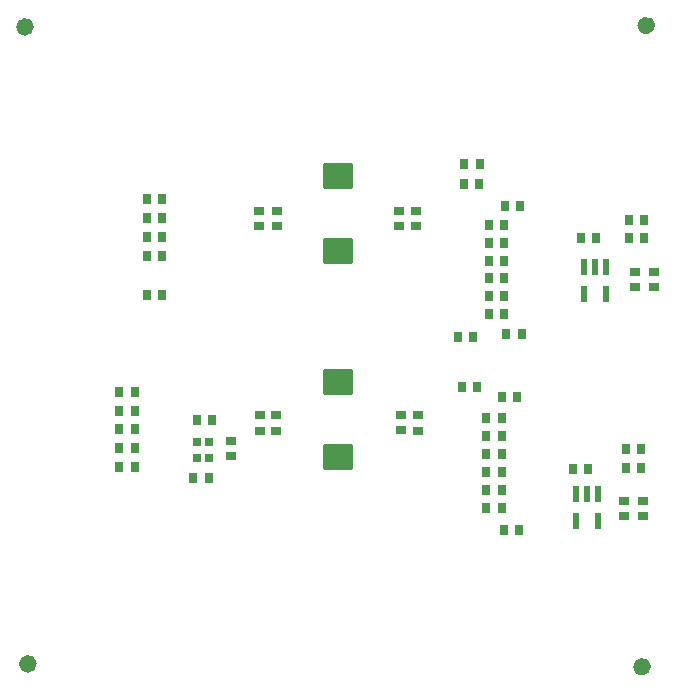
<source format=gbr>
%TF.GenerationSoftware,KiCad,Pcbnew,(6.0.0-0)*%
%TF.CreationDate,2022-06-10T19:58:52-07:00*%
%TF.ProjectId,bitaxe,62697461-7865-42e6-9b69-6361645f7063,rev?*%
%TF.SameCoordinates,Original*%
%TF.FileFunction,Paste,Top*%
%TF.FilePolarity,Positive*%
%FSLAX46Y46*%
G04 Gerber Fmt 4.6, Leading zero omitted, Abs format (unit mm)*
G04 Created by KiCad (PCBNEW (6.0.0-0)) date 2022-06-10 19:58:52*
%MOMM*%
%LPD*%
G01*
G04 APERTURE LIST*
G04 Aperture macros list*
%AMRoundRect*
0 Rectangle with rounded corners*
0 $1 Rounding radius*
0 $2 $3 $4 $5 $6 $7 $8 $9 X,Y pos of 4 corners*
0 Add a 4 corners polygon primitive as box body*
4,1,4,$2,$3,$4,$5,$6,$7,$8,$9,$2,$3,0*
0 Add four circle primitives for the rounded corners*
1,1,$1+$1,$2,$3*
1,1,$1+$1,$4,$5*
1,1,$1+$1,$6,$7*
1,1,$1+$1,$8,$9*
0 Add four rect primitives between the rounded corners*
20,1,$1+$1,$2,$3,$4,$5,0*
20,1,$1+$1,$4,$5,$6,$7,0*
20,1,$1+$1,$6,$7,$8,$9,0*
20,1,$1+$1,$8,$9,$2,$3,0*%
G04 Aperture macros list end*
%ADD10C,0.750000*%
%ADD11R,0.558800X1.422400*%
%ADD12R,0.900000X0.700000*%
%ADD13R,0.700000X0.900000*%
%ADD14RoundRect,0.250000X1.025000X-0.875000X1.025000X0.875000X-1.025000X0.875000X-1.025000X-0.875000X0*%
%ADD15R,0.750000X0.700000*%
G04 APERTURE END LIST*
%TO.C,H6*%
D10*
X63435000Y-103550000D02*
G75*
G03*
X63435000Y-103550000I-375000J0D01*
G01*
%TO.C,H5*%
X63195000Y-49620000D02*
G75*
G03*
X63195000Y-49620000I-375000J0D01*
G01*
%TO.C,H4*%
X115435000Y-103790000D02*
G75*
G03*
X115435000Y-103790000I-375000J0D01*
G01*
%TO.C,H3*%
X115795000Y-49500000D02*
G75*
G03*
X115795000Y-49500000I-375000J0D01*
G01*
%TD*%
D11*
%TO.C,IC3*%
X111370001Y-89165600D03*
X110420000Y-89165600D03*
X109469999Y-89165600D03*
X109469999Y-91454400D03*
X111370001Y-91454400D03*
%TD*%
%TO.C,IC4*%
X112040001Y-69985600D03*
X111090000Y-69985600D03*
X110139999Y-69985600D03*
X110139999Y-72274400D03*
X112040001Y-72274400D03*
%TD*%
D12*
%TO.C,C22*%
X114500000Y-70350000D03*
X114500000Y-71650000D03*
%TD*%
D13*
%TO.C,R30*%
X102100000Y-67902000D03*
X103400000Y-67902000D03*
%TD*%
D12*
%TO.C,C7*%
X96100000Y-82510000D03*
X96100000Y-83810000D03*
%TD*%
D13*
%TO.C,C1*%
X103340000Y-92210000D03*
X104640000Y-92210000D03*
%TD*%
%TO.C,R6*%
X73140000Y-69040000D03*
X74440000Y-69040000D03*
%TD*%
D12*
%TO.C,R14*%
X80300000Y-84680000D03*
X80300000Y-85980000D03*
%TD*%
D13*
%TO.C,R5*%
X99490000Y-75880000D03*
X100790000Y-75880000D03*
%TD*%
%TO.C,C3*%
X73130000Y-72310000D03*
X74430000Y-72310000D03*
%TD*%
%TO.C,R16*%
X72100000Y-80540000D03*
X70800000Y-80540000D03*
%TD*%
%TO.C,R29*%
X102100000Y-66400000D03*
X103400000Y-66400000D03*
%TD*%
%TO.C,R24*%
X103190000Y-88818000D03*
X101890000Y-88818000D03*
%TD*%
%TO.C,R31*%
X102100000Y-69404000D03*
X103400000Y-69404000D03*
%TD*%
D12*
%TO.C,C6*%
X84120000Y-65190000D03*
X84120000Y-66490000D03*
%TD*%
D13*
%TO.C,R10*%
X72100000Y-85287500D03*
X70800000Y-85287500D03*
%TD*%
%TO.C,R27*%
X103190000Y-84282000D03*
X101890000Y-84282000D03*
%TD*%
%TO.C,R4*%
X73140000Y-67433332D03*
X74440000Y-67433332D03*
%TD*%
%TO.C,R34*%
X102100000Y-73910000D03*
X103400000Y-73910000D03*
%TD*%
%TO.C,R33*%
X102100000Y-72408000D03*
X103400000Y-72408000D03*
%TD*%
%TO.C,R32*%
X102100000Y-70906000D03*
X103400000Y-70906000D03*
%TD*%
%TO.C,R25*%
X103190000Y-87306000D03*
X101890000Y-87306000D03*
%TD*%
D12*
%TO.C,C16*%
X82680000Y-82510000D03*
X82680000Y-83810000D03*
%TD*%
D13*
%TO.C,R22*%
X113970000Y-67510000D03*
X115270000Y-67510000D03*
%TD*%
D14*
%TO.C,C18*%
X89320000Y-79680000D03*
X89320000Y-86080000D03*
%TD*%
D13*
%TO.C,R28*%
X103190000Y-82770000D03*
X101890000Y-82770000D03*
%TD*%
%TO.C,R2*%
X73140000Y-64220000D03*
X74440000Y-64220000D03*
%TD*%
D12*
%TO.C,C10*%
X84090000Y-82510000D03*
X84090000Y-83810000D03*
%TD*%
D13*
%TO.C,R26*%
X103190000Y-85794000D03*
X101890000Y-85794000D03*
%TD*%
%TO.C,C11*%
X78370000Y-87810000D03*
X77070000Y-87810000D03*
%TD*%
%TO.C,R23*%
X101890000Y-90330000D03*
X103190000Y-90330000D03*
%TD*%
%TO.C,R12*%
X100020000Y-61250000D03*
X101320000Y-61250000D03*
%TD*%
D12*
%TO.C,C14*%
X94690000Y-82480000D03*
X94690000Y-83780000D03*
%TD*%
%TO.C,R19*%
X115160000Y-89760000D03*
X115160000Y-91060000D03*
%TD*%
D13*
%TO.C,C26*%
X115270000Y-65980000D03*
X113970000Y-65980000D03*
%TD*%
D14*
%TO.C,C17*%
X89310000Y-62210000D03*
X89310000Y-68610000D03*
%TD*%
D13*
%TO.C,C19*%
X110520000Y-87050000D03*
X109220000Y-87050000D03*
%TD*%
D12*
%TO.C,R21*%
X116080000Y-70350000D03*
X116080000Y-71650000D03*
%TD*%
%TO.C,C15*%
X82660000Y-65210000D03*
X82660000Y-66510000D03*
%TD*%
D13*
%TO.C,C4*%
X103590000Y-75600000D03*
X104890000Y-75600000D03*
%TD*%
D15*
%TO.C,Y1*%
X77410000Y-84775000D03*
X77410000Y-86125000D03*
X78410000Y-86125000D03*
X78410000Y-84775000D03*
%TD*%
D13*
%TO.C,R9*%
X72100000Y-86870000D03*
X70800000Y-86870000D03*
%TD*%
%TO.C,R3*%
X73140000Y-65826666D03*
X74440000Y-65826666D03*
%TD*%
D12*
%TO.C,C9*%
X95930000Y-65210000D03*
X95930000Y-66510000D03*
%TD*%
%TO.C,C12*%
X94490000Y-65190000D03*
X94490000Y-66490000D03*
%TD*%
D13*
%TO.C,R1*%
X99830000Y-80110000D03*
X101130000Y-80110000D03*
%TD*%
%TO.C,C2*%
X103200000Y-80960000D03*
X104500000Y-80960000D03*
%TD*%
%TO.C,C25*%
X114980000Y-85390000D03*
X113680000Y-85390000D03*
%TD*%
%TO.C,C20*%
X111170000Y-67530000D03*
X109870000Y-67530000D03*
%TD*%
%TO.C,C5*%
X103430000Y-64800000D03*
X104730000Y-64800000D03*
%TD*%
%TO.C,R13*%
X100000000Y-62950000D03*
X101300000Y-62950000D03*
%TD*%
%TO.C,C8*%
X77350000Y-82880000D03*
X78650000Y-82880000D03*
%TD*%
%TO.C,R11*%
X72100000Y-82122500D03*
X70800000Y-82122500D03*
%TD*%
D12*
%TO.C,C21*%
X113560000Y-91050000D03*
X113560000Y-89750000D03*
%TD*%
D13*
%TO.C,R15*%
X72100000Y-83705000D03*
X70800000Y-83705000D03*
%TD*%
%TO.C,R20*%
X113700000Y-86970000D03*
X115000000Y-86970000D03*
%TD*%
M02*

</source>
